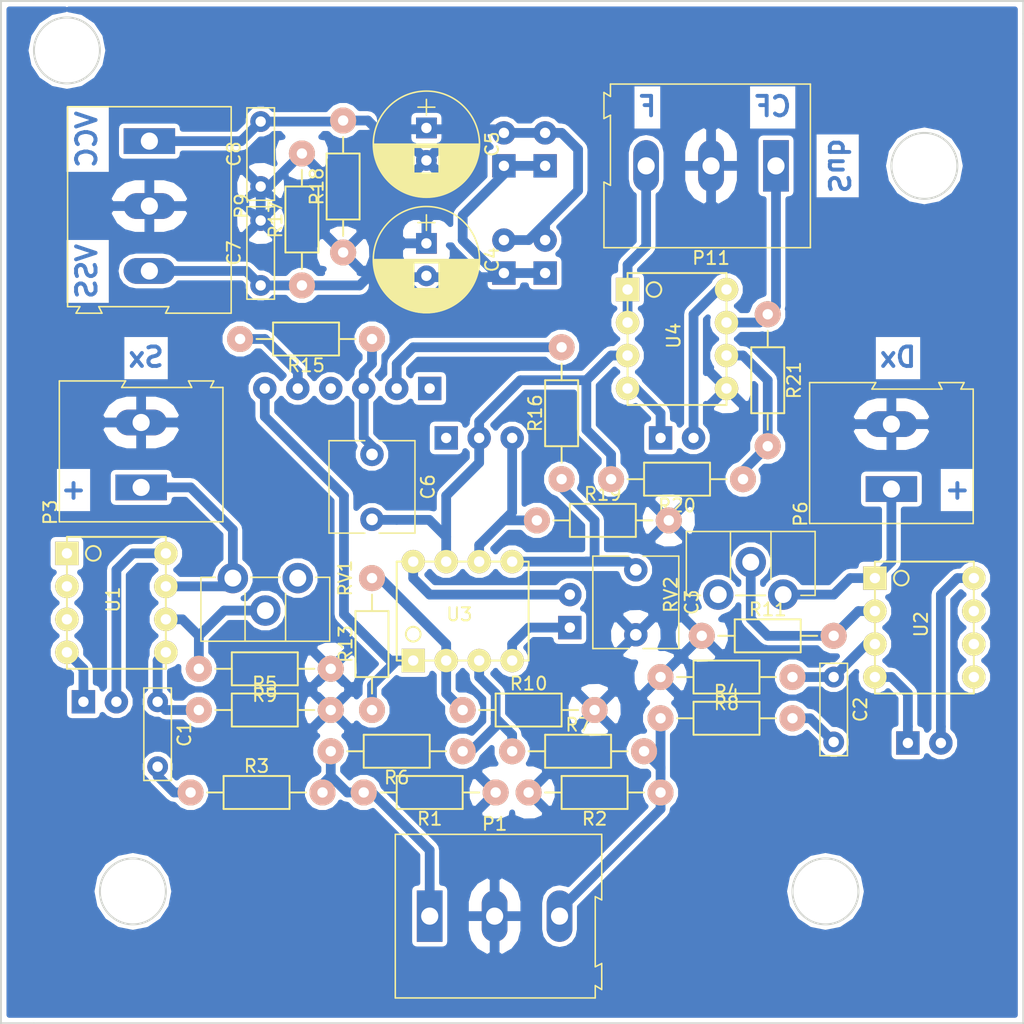
<source format=kicad_pcb>
(kicad_pcb (version 4) (host pcbnew 4.0.4-stable)
  (layers (0 F.Cu signal) (31 B.Cu signal) (34 B.Paste user) (35 F.Paste user) (36 B.SilkS user) (37 F.SilkS user) (38 B.Mask user) (39 F.Mask user) (44 Edge.Cuts user))
  (net 0 "")
  (net 1 "Net-(C1-Pad1)")
  (net 2 "Net-(C1-Pad2)")
  (net 3 "Net-(C2-Pad1)")
  (net 4 "Net-(C2-Pad2)")
  (net 5 "Net-(C3-Pad1)")
  (net 6 GND)
  (net 7 VCC)
  (net 8 VSS)
  (net 9 "Net-(C6-Pad1)")
  (net 10 "Net-(C6-Pad2)")
  (net 11 "Net-(R11-Pad2)")
  (net 12 "Net-(P3-Pad1)")
  (net 13 "Net-(P1-Pad1)")
  (net 14 "Net-(P1-Pad3)")
  (net 15 "Net-(P5-Pad6)")
  (net 16 "Net-(P5-Pad5)")
  (net 17 "Net-(P5-Pad2)")
  (net 18 "Net-(P6-Pad1)")
  (net 19 "Net-(P8-Pad3)")
  (net 20 "Net-(P11-Pad1)")
  (net 21 "Net-(P11-Pad3)")
  (net 22 "Net-(R6-Pad1)")
  (net 23 "Net-(R10-Pad1)")
  (net 24 "Net-(R20-Pad1)")
  (net 25 "Net-(R9-Pad2)")
  (module Connect:AK300-2 (layer F.Cu) (at 273.05 52.197 90)
    (fp_text reference P6 (at -1.92 -6.99 90) (layer F.SilkS))
    (fp_text value Dx_Out)
    (pad 1 thru_hole rect (at 0 0 90) (size 1.98 3.96) (drill 1.32) (layers *.Cu F.Paste F.Mask) (net 18 "Net-(P6-Pad1)"))
    (pad 2 thru_hole oval (at 5 0 90) (size 1.98 3.96) (drill 1.32) (layers *.Cu F.Paste F.Mask) (net 6 GND))
  )
  (module Capacitors_ThroughHole:C_Rect_L7.0mm_W2.0mm_P5.00mm (layer F.Cu) (at 216.535 68.58 270)
    (fp_text reference C1 (at 2.5 -2.06 270) (layer F.SilkS))
    (fp_text value 0.22uF)
    (pad 1 thru_hole circle (at 0 0 270) (size 1.6 1.6) (drill 0.8) (layers *.Cu *.Mask) (net 1 "Net-(C1-Pad1)"))
    (pad 2 thru_hole circle (at 5 0 270) (size 1.6 1.6) (drill 0.8) (layers *.Cu *.Mask) (net 2 "Net-(C1-Pad2)"))
  )
  (module Capacitors_ThroughHole:C_Rect_L7.0mm_W2.0mm_P5.00mm (layer F.Cu) (at 268.605 66.675 270)
    (fp_text reference C2 (at 2.5 -2.06 270) (layer F.SilkS))
    (fp_text value 0.22uF)
    (pad 1 thru_hole circle (at 0 0 270) (size 1.6 1.6) (drill 0.8) (layers *.Cu *.Mask) (net 3 "Net-(C2-Pad1)"))
    (pad 2 thru_hole circle (at 5 0 270) (size 1.6 1.6) (drill 0.8) (layers *.Cu *.Mask) (net 4 "Net-(C2-Pad2)"))
  )
  (module Capacitors_ThroughHole:CP_Radial_D8.0mm_P2.50mm (layer F.Cu) (at 237.236 33.274 270)
    (fp_text reference C4 (at 1.25 -5.06 270) (layer F.SilkS))
    (fp_text value 100u)
    (pad 1 thru_hole rect (at 0 0 270) (size 1.6 1.6) (drill 0.8) (layers *.Cu *.Mask) (net 6 GND))
    (pad 2 thru_hole circle (at 2.5 0 270) (size 1.6 1.6) (drill 0.8) (layers *.Cu *.Mask) (net 8 VSS))
  )
  (module Capacitors_ThroughHole:CP_Radial_D8.0mm_P2.50mm (layer F.Cu) (at 237.236 24.384 270)
    (fp_text reference C5 (at 1.25 -5.06 270) (layer F.SilkS))
    (fp_text value 100u)
    (pad 1 thru_hole rect (at 0 0 270) (size 1.6 1.6) (drill 0.8) (layers *.Cu *.Mask) (net 7 VCC))
    (pad 2 thru_hole circle (at 2.5 0 270) (size 1.6 1.6) (drill 0.8) (layers *.Cu *.Mask) (net 6 GND))
  )
  (module Capacitors_ThroughHole:C_Rect_L7.0mm_W2.0mm_P5.00mm (layer F.Cu) (at 224.4725 36.5125 90)
    (fp_text reference C7 (at 2.5 -2.06 90) (layer F.SilkS))
    (fp_text value 47n)
    (pad 1 thru_hole circle (at 0 0 90) (size 1.6 1.6) (drill 0.8) (layers *.Cu *.Mask) (net 8 VSS))
    (pad 2 thru_hole circle (at 5 0 90) (size 1.6 1.6) (drill 0.8) (layers *.Cu *.Mask) (net 6 GND))
  )
  (module Capacitors_ThroughHole:C_Rect_L7.0mm_W2.0mm_P5.00mm (layer F.Cu) (at 224.4725 28.8925 90)
    (fp_text reference C8 (at 2.5 -2.06 90) (layer F.SilkS))
    (fp_text value 47n)
    (pad 1 thru_hole circle (at 0 0 90) (size 1.6 1.6) (drill 0.8) (layers *.Cu *.Mask) (net 6 GND))
    (pad 2 thru_hole circle (at 5 0 90) (size 1.6 1.6) (drill 0.8) (layers *.Cu *.Mask) (net 7 VCC))
  )
  (module Connect:AK300-3 (layer F.Cu) (at 237.49 85.09)
    (fp_text reference P1 (at 5 -7.1) (layer F.SilkS))
    (fp_text value Sig_In)
    (pad 1 thru_hole rect (at 0 0) (size 1.98 3.96) (drill 1.32) (layers *.Cu F.Paste F.Mask) (net 13 "Net-(P1-Pad1)"))
    (pad 2 thru_hole oval (at 5 0) (size 1.98 3.96) (drill 1.32) (layers *.Cu F.Paste F.Mask) (net 6 GND))
    (pad 3 thru_hole oval (at 10 0) (size 1.98 3.96) (drill 1.32) (layers *.Cu F.Paste F.Mask) (net 14 "Net-(P1-Pad3)"))
  )
  (module Impronte:2-Pin (layer F.Cu) (at 210.82 68.58)
    (fp_text reference P2 hide)
    (fp_text value CONN_01X02)
    (pad 1 thru_hole trapezoid (at 0 0) (size 1.8 1.8) (drill 0.8) (layers *.Cu *.Mask) (net 8 VSS))
    (pad 2 thru_hole circle (at 2.54 0) (size 1.8 1.8) (drill 0.8) (layers *.Cu *.Mask) (net 7 VCC))
  )
  (module Connect:AK300-2 (layer F.Cu) (at 215.265 52.07 90)
    (fp_text reference P3 (at -1.92 -6.99 90) (layer F.SilkS))
    (fp_text value Sx_Out)
    (pad 1 thru_hole rect (at 0 0 90) (size 1.98 3.96) (drill 1.32) (layers *.Cu F.Paste F.Mask) (net 12 "Net-(P3-Pad1)"))
    (pad 2 thru_hole oval (at 5 0 90) (size 1.98 3.96) (drill 1.32) (layers *.Cu F.Paste F.Mask) (net 6 GND))
  )
  (module Impronte:2-Pin (layer F.Cu) (at 274.32 71.755)
    (fp_text reference P4 hide)
    (fp_text value CONN_01X02)
    (pad 1 thru_hole trapezoid (at 0 0) (size 1.8 1.8) (drill 0.8) (layers *.Cu *.Mask) (net 8 VSS))
    (pad 2 thru_hole circle (at 2.54 0) (size 1.8 1.8) (drill 0.8) (layers *.Cu *.Mask) (net 7 VCC))
  )
  (module Impronte:6-Pin (layer F.Cu) (at 237.49 44.45 180)
    (fp_text reference P5 hide)
    (fp_text value DblPot)
    (pad 6 thru_hole circle (at 12.7 0 180) (size 1.8 1.8) (drill 0.8) (layers *.Cu *.Mask) (net 15 "Net-(P5-Pad6)"))
    (pad 5 thru_hole circle (at 10.16 0 180) (size 1.8 1.8) (drill 0.8) (layers *.Cu *.Mask) (net 16 "Net-(P5-Pad5)"))
    (pad 4 thru_hole circle (at 7.62 0 180) (size 1.8 1.8) (drill 0.8) (layers *.Cu *.Mask))
    (pad 1 thru_hole trapezoid (at 0 0 180) (size 1.8 1.8) (drill 0.8) (layers *.Cu *.Mask))
    (pad 2 thru_hole circle (at 2.54 0 180) (size 1.8 1.8) (drill 0.8) (layers *.Cu *.Mask) (net 17 "Net-(P5-Pad2)"))
    (pad 3 thru_hole circle (at 5.08 0 180) (size 1.8 1.8) (drill 0.8) (layers *.Cu *.Mask) (net 9 "Net-(C6-Pad1)"))
  )
  (module Impronte:2-Pin (layer F.Cu) (at 248.285 62.865 90)
    (fp_text reference P7 hide)
    (fp_text value CONN_01X02)
    (pad 1 thru_hole trapezoid (at 0 0 90) (size 1.8 1.8) (drill 0.8) (layers *.Cu *.Mask) (net 8 VSS))
    (pad 2 thru_hole circle (at 2.54 0 90) (size 1.8 1.8) (drill 0.8) (layers *.Cu *.Mask) (net 7 VCC))
  )
  (module Impronte:3-Pin (layer F.Cu) (at 238.76 48.26)
    (fp_text reference P8 hide)
    (fp_text value Pot)
    (pad 1 thru_hole trapezoid (at 0 0) (size 1.8 1.8) (drill 0.8) (layers *.Cu *.Mask))
    (pad 2 thru_hole circle (at 2.54 0) (size 1.8 1.8) (drill 0.8) (layers *.Cu *.Mask) (net 10 "Net-(C6-Pad2)"))
    (pad 3 thru_hole circle (at 5.08 0) (size 1.8 1.8) (drill 0.8) (layers *.Cu *.Mask) (net 19 "Net-(P8-Pad3)"))
  )
  (module Connect:AK300-3 (layer F.Cu) (at 215.9 25.4 270)
    (fp_text reference P9 (at 5 -7.1 270) (layer F.SilkS))
    (fp_text value Power)
    (pad 1 thru_hole rect (at 0 0 270) (size 1.98 3.96) (drill 1.32) (layers *.Cu F.Paste F.Mask) (net 7 VCC))
    (pad 2 thru_hole oval (at 5 0 270) (size 1.98 3.96) (drill 1.32) (layers *.Cu F.Paste F.Mask) (net 6 GND))
    (pad 3 thru_hole oval (at 10 0 270) (size 1.98 3.96) (drill 1.32) (layers *.Cu F.Paste F.Mask) (net 8 VSS))
  )
  (module Impronte:2-Pin (layer F.Cu) (at 255.27 48.26)
    (fp_text reference P10 hide)
    (fp_text value CONN_01X02)
    (pad 1 thru_hole trapezoid (at 0 0) (size 1.8 1.8) (drill 0.8) (layers *.Cu *.Mask) (net 8 VSS))
    (pad 2 thru_hole circle (at 2.54 0) (size 1.8 1.8) (drill 0.8) (layers *.Cu *.Mask) (net 7 VCC))
  )
  (module Connect:AK300-3 (layer F.Cu) (at 264.16 27.305 180)
    (fp_text reference P11 (at 5 -7.1 180) (layer F.SilkS))
    (fp_text value Sub_Out)
    (pad 1 thru_hole rect (at 0 0 180) (size 1.98 3.96) (drill 1.32) (layers *.Cu F.Paste F.Mask) (net 20 "Net-(P11-Pad1)"))
    (pad 2 thru_hole oval (at 5 0 180) (size 1.98 3.96) (drill 1.32) (layers *.Cu F.Paste F.Mask) (net 6 GND))
    (pad 3 thru_hole oval (at 10 0 180) (size 1.98 3.96) (drill 1.32) (layers *.Cu F.Paste F.Mask) (net 21 "Net-(P11-Pad3)"))
  )
  (module Impronte:Res_Orizz_10mm (layer F.Cu) (at 242.57 75.565 180)
    (fp_text reference R1 (at 5.08 -2.032 180) (layer F.SilkS))
    (fp_text value 47k)
    (pad 1 thru_hole circle (at 0 0 180) (size 2 2) (drill 0.8) (layers *.Cu *.SilkS *.Mask) (net 6 GND))
    (pad 2 thru_hole circle (at 10.16 0 180) (size 2 2) (drill 0.8) (layers *.Cu *.SilkS *.Mask) (net 13 "Net-(P1-Pad1)"))
  )
  (module Impronte:Res_Orizz_10mm (layer F.Cu) (at 255.27 75.565 180)
    (fp_text reference R2 (at 5.08 -2.032 180) (layer F.SilkS))
    (fp_text value 47k)
    (pad 1 thru_hole circle (at 0 0 180) (size 2 2) (drill 0.8) (layers *.Cu *.SilkS *.Mask) (net 14 "Net-(P1-Pad3)"))
    (pad 2 thru_hole circle (at 10.16 0 180) (size 2 2) (drill 0.8) (layers *.Cu *.SilkS *.Mask) (net 6 GND))
  )
  (module Impronte:Res_Orizz_10mm (layer F.Cu) (at 219.075 75.565)
    (fp_text reference R3 (at 5.08 -2.032) (layer F.SilkS))
    (fp_text value 10k)
    (pad 1 thru_hole circle (at 0 0) (size 2 2) (drill 0.8) (layers *.Cu *.SilkS *.Mask) (net 2 "Net-(C1-Pad2)"))
    (pad 2 thru_hole circle (at 10.16 0) (size 2 2) (drill 0.8) (layers *.Cu *.SilkS *.Mask) (net 13 "Net-(P1-Pad1)"))
  )
  (module Impronte:Res_Orizz_10mm (layer F.Cu) (at 255.27 69.85)
    (fp_text reference R4 (at 5.08 -2.032) (layer F.SilkS))
    (fp_text value 10k)
    (pad 1 thru_hole circle (at 0 0) (size 2 2) (drill 0.8) (layers *.Cu *.SilkS *.Mask) (net 14 "Net-(P1-Pad3)"))
    (pad 2 thru_hole circle (at 10.16 0) (size 2 2) (drill 0.8) (layers *.Cu *.SilkS *.Mask) (net 4 "Net-(C2-Pad2)"))
  )
  (module Impronte:Res_Orizz_10mm (layer F.Cu) (at 219.71 69.215)
    (fp_text reference R5 (at 5.08 -2.032) (layer F.SilkS))
    (fp_text value 2.2k)
    (pad 1 thru_hole circle (at 0 0) (size 2 2) (drill 0.8) (layers *.Cu *.SilkS *.Mask) (net 1 "Net-(C1-Pad1)"))
    (pad 2 thru_hole circle (at 10.16 0) (size 2 2) (drill 0.8) (layers *.Cu *.SilkS *.Mask) (net 6 GND))
  )
  (module Impronte:Res_Orizz_10mm (layer F.Cu) (at 240.03 72.39 180)
    (fp_text reference R6 (at 5.08 -2.032 180) (layer F.SilkS))
    (fp_text value 10k)
    (pad 1 thru_hole circle (at 0 0 180) (size 2 2) (drill 0.8) (layers *.Cu *.SilkS *.Mask) (net 22 "Net-(R6-Pad1)"))
    (pad 2 thru_hole circle (at 10.16 0 180) (size 2 2) (drill 0.8) (layers *.Cu *.SilkS *.Mask) (net 13 "Net-(P1-Pad1)"))
  )
  (module Impronte:Res_Orizz_10mm (layer F.Cu) (at 243.84 72.39)
    (fp_text reference R7 (at 5.08 -2.032) (layer F.SilkS))
    (fp_text value 10k)
    (pad 1 thru_hole circle (at 0 0) (size 2 2) (drill 0.8) (layers *.Cu *.SilkS *.Mask) (net 22 "Net-(R6-Pad1)"))
    (pad 2 thru_hole circle (at 10.16 0) (size 2 2) (drill 0.8) (layers *.Cu *.SilkS *.Mask) (net 14 "Net-(P1-Pad3)"))
  )
  (module Impronte:Res_Orizz_10mm (layer F.Cu) (at 265.43 66.675 180)
    (fp_text reference R8 (at 5.08 -2.032 180) (layer F.SilkS))
    (fp_text value 2.2k)
    (pad 1 thru_hole circle (at 0 0 180) (size 2 2) (drill 0.8) (layers *.Cu *.SilkS *.Mask) (net 3 "Net-(C2-Pad1)"))
    (pad 2 thru_hole circle (at 10.16 0 180) (size 2 2) (drill 0.8) (layers *.Cu *.SilkS *.Mask) (net 6 GND))
  )
  (module Impronte:Res_Orizz_10mm (layer F.Cu) (at 229.87 66.04 180)
    (fp_text reference R9 (at 5.08 -2.032 180) (layer F.SilkS))
    (fp_text value 1k)
    (pad 1 thru_hole circle (at 0 0 180) (size 2 2) (drill 0.8) (layers *.Cu *.SilkS *.Mask) (net 6 GND))
    (pad 2 thru_hole circle (at 10.16 0 180) (size 2 2) (drill 0.8) (layers *.Cu *.SilkS *.Mask) (net 25 "Net-(R9-Pad2)"))
  )
  (module Impronte:Res_Orizz_10mm (layer F.Cu) (at 240.03 69.215)
    (fp_text reference R10 (at 5.08 -2.032) (layer F.SilkS))
    (fp_text value 1.5k)
    (pad 1 thru_hole circle (at 0 0) (size 2 2) (drill 0.8) (layers *.Cu *.SilkS *.Mask) (net 23 "Net-(R10-Pad1)"))
    (pad 2 thru_hole circle (at 10.16 0) (size 2 2) (drill 0.8) (layers *.Cu *.SilkS *.Mask) (net 6 GND))
  )
  (module Impronte:Res_Orizz_10mm (layer F.Cu) (at 258.445 63.5)
    (fp_text reference R11 (at 5.08 -2.032) (layer F.SilkS))
    (fp_text value 1k)
    (pad 1 thru_hole circle (at 0 0) (size 2 2) (drill 0.8) (layers *.Cu *.SilkS *.Mask) (net 6 GND))
    (pad 2 thru_hole circle (at 10.16 0) (size 2 2) (drill 0.8) (layers *.Cu *.SilkS *.Mask) (net 11 "Net-(R11-Pad2)"))
  )
  (module Impronte:Res_Orizz_10mm (layer F.Cu) (at 233.045 69.215 90)
    (fp_text reference R13 (at 5.08 -2.032 90) (layer F.SilkS))
    (fp_text value 2.2k)
    (pad 1 thru_hole circle (at 0 0 90) (size 2 2) (drill 0.8) (layers *.Cu *.SilkS *.Mask) (net 15 "Net-(P5-Pad6)"))
    (pad 2 thru_hole circle (at 10.16 0 90) (size 2 2) (drill 0.8) (layers *.Cu *.SilkS *.Mask) (net 23 "Net-(R10-Pad1)"))
  )
  (module Impronte:Res_Orizz_10mm (layer F.Cu) (at 233.045 40.64 180)
    (fp_text reference R15 (at 5.08 -2.032 180) (layer F.SilkS))
    (fp_text value 1k)
    (pad 1 thru_hole circle (at 0 0 180) (size 2 2) (drill 0.8) (layers *.Cu *.SilkS *.Mask) (net 9 "Net-(C6-Pad1)"))
    (pad 2 thru_hole circle (at 10.16 0 180) (size 2 2) (drill 0.8) (layers *.Cu *.SilkS *.Mask) (net 16 "Net-(P5-Pad5)"))
  )
  (module Impronte:Res_Orizz_10mm (layer F.Cu) (at 247.65 51.435 90)
    (fp_text reference R16 (at 5.08 -2.032 90) (layer F.SilkS))
    (fp_text value 1k)
    (pad 1 thru_hole circle (at 0 0 90) (size 2 2) (drill 0.8) (layers *.Cu *.SilkS *.Mask) (net 5 "Net-(C3-Pad1)"))
    (pad 2 thru_hole circle (at 10.16 0 90) (size 2 2) (drill 0.8) (layers *.Cu *.SilkS *.Mask) (net 17 "Net-(P5-Pad2)"))
  )
  (module Impronte:Res_Orizz_10mm (layer F.Cu) (at 227.6475 36.5125 90)
    (fp_text reference R17 (at 5.08 -2.032 90) (layer F.SilkS))
    (fp_text value 47k)
    (pad 1 thru_hole circle (at 0 0 90) (size 2 2) (drill 0.8) (layers *.Cu *.SilkS *.Mask) (net 8 VSS))
    (pad 2 thru_hole circle (at 10.16 0 90) (size 2 2) (drill 0.8) (layers *.Cu *.SilkS *.Mask) (net 6 GND))
  )
  (module Impronte:Res_Orizz_10mm (layer F.Cu) (at 230.8225 33.9725 90)
    (fp_text reference R18 (at 5.08 -2.032 90) (layer F.SilkS))
    (fp_text value 47k)
    (pad 1 thru_hole circle (at 0 0 90) (size 2 2) (drill 0.8) (layers *.Cu *.SilkS *.Mask) (net 6 GND))
    (pad 2 thru_hole circle (at 10.16 0 90) (size 2 2) (drill 0.8) (layers *.Cu *.SilkS *.Mask) (net 7 VCC))
  )
  (module Impronte:Res_Orizz_10mm (layer F.Cu) (at 245.745 54.61)
    (fp_text reference R19 (at 5.08 -2.032) (layer F.SilkS))
    (fp_text value 15k)
    (pad 1 thru_hole circle (at 0 0) (size 2 2) (drill 0.8) (layers *.Cu *.SilkS *.Mask) (net 19 "Net-(P8-Pad3)"))
    (pad 2 thru_hole circle (at 10.16 0) (size 2 2) (drill 0.8) (layers *.Cu *.SilkS *.Mask) (net 6 GND))
  )
  (module Impronte:Res_Orizz_10mm (layer F.Cu) (at 261.62 51.435 180)
    (fp_text reference R20 (at 5.08 -2.032 180) (layer F.SilkS))
    (fp_text value 2.2k)
    (pad 1 thru_hole circle (at 0 0 180) (size 2 2) (drill 0.8) (layers *.Cu *.SilkS *.Mask) (net 24 "Net-(R20-Pad1)"))
    (pad 2 thru_hole circle (at 10.16 0 180) (size 2 2) (drill 0.8) (layers *.Cu *.SilkS *.Mask) (net 10 "Net-(C6-Pad2)"))
  )
  (module Impronte:Res_Orizz_10mm (layer F.Cu) (at 263.525 38.735 270)
    (fp_text reference R21 (at 5.08 -2.032 270) (layer F.SilkS))
    (fp_text value 2.2k)
    (pad 1 thru_hole circle (at 0 0 270) (size 2 2) (drill 0.8) (layers *.Cu *.SilkS *.Mask) (net 20 "Net-(P11-Pad1)"))
    (pad 2 thru_hole circle (at 10.16 0 270) (size 2 2) (drill 0.8) (layers *.Cu *.SilkS *.Mask) (net 24 "Net-(R20-Pad1)"))
  )
  (module Impronte:DIP-8 (layer F.Cu) (at 209.55 57.15 270)
    (fp_text reference U1 (at 3.556 -3.556 270) (layer F.SilkS))
    (fp_text value LM358 hide)
    (pad 1 thru_hole rect (at 0 0 270) (size 1.8 1.8) (drill 0.8) (layers *.Cu *.Mask F.SilkS))
    (pad 2 thru_hole circle (at 2.54 0 270) (size 1.8 1.8) (drill 0.8) (layers *.Cu *.Mask F.SilkS))
    (pad 3 thru_hole circle (at 5.08 0 270) (size 1.8 1.8) (drill 0.8) (layers *.Cu *.Mask F.SilkS))
    (pad 4 thru_hole circle (at 7.62 0 270) (size 1.8 1.8) (drill 0.8) (layers *.Cu *.Mask F.SilkS) (net 8 VSS))
    (pad 5 thru_hole circle (at 7.62 -7.62 270) (size 1.8 1.8) (drill 0.8) (layers *.Cu *.Mask F.SilkS) (net 1 "Net-(C1-Pad1)"))
    (pad 6 thru_hole circle (at 5.08 -7.62 270) (size 1.8 1.8) (drill 0.8) (layers *.Cu *.Mask F.SilkS) (net 25 "Net-(R9-Pad2)"))
    (pad 7 thru_hole circle (at 2.54 -7.62 270) (size 1.8 1.8) (drill 0.8) (layers *.Cu *.Mask F.SilkS) (net 12 "Net-(P3-Pad1)"))
    (pad 8 thru_hole circle (at 0 -7.62 270) (size 1.8 1.8) (drill 0.8) (layers *.Cu *.Mask F.SilkS) (net 7 VCC))
  )
  (module Impronte:DIP-8 (layer F.Cu) (at 271.78 59.055 270)
    (fp_text reference U2 (at 3.556 -3.556 270) (layer F.SilkS))
    (fp_text value LM358 hide)
    (pad 1 thru_hole rect (at 0 0 270) (size 1.8 1.8) (drill 0.8) (layers *.Cu *.Mask F.SilkS) (net 18 "Net-(P6-Pad1)"))
    (pad 2 thru_hole circle (at 2.54 0 270) (size 1.8 1.8) (drill 0.8) (layers *.Cu *.Mask F.SilkS) (net 11 "Net-(R11-Pad2)"))
    (pad 3 thru_hole circle (at 5.08 0 270) (size 1.8 1.8) (drill 0.8) (layers *.Cu *.Mask F.SilkS) (net 3 "Net-(C2-Pad1)"))
    (pad 4 thru_hole circle (at 7.62 0 270) (size 1.8 1.8) (drill 0.8) (layers *.Cu *.Mask F.SilkS) (net 8 VSS))
    (pad 5 thru_hole circle (at 7.62 -7.62 270) (size 1.8 1.8) (drill 0.8) (layers *.Cu *.Mask F.SilkS))
    (pad 6 thru_hole circle (at 5.08 -7.62 270) (size 1.8 1.8) (drill 0.8) (layers *.Cu *.Mask F.SilkS))
    (pad 7 thru_hole circle (at 2.54 -7.62 270) (size 1.8 1.8) (drill 0.8) (layers *.Cu *.Mask F.SilkS))
    (pad 8 thru_hole circle (at 0 -7.62 270) (size 1.8 1.8) (drill 0.8) (layers *.Cu *.Mask F.SilkS) (net 7 VCC))
  )
  (module Impronte:DIP-8 (layer F.Cu) (at 236.22 65.405)
    (fp_text reference U3 (at 3.556 -3.556) (layer F.SilkS))
    (fp_text value LM358 hide)
    (pad 1 thru_hole rect (at 0 0) (size 1.8 1.8) (drill 0.8) (layers *.Cu *.Mask F.SilkS) (net 15 "Net-(P5-Pad6)"))
    (pad 2 thru_hole circle (at 2.54 0) (size 1.8 1.8) (drill 0.8) (layers *.Cu *.Mask F.SilkS) (net 23 "Net-(R10-Pad1)"))
    (pad 3 thru_hole circle (at 5.08 0) (size 1.8 1.8) (drill 0.8) (layers *.Cu *.Mask F.SilkS) (net 22 "Net-(R6-Pad1)"))
    (pad 4 thru_hole circle (at 7.62 0) (size 1.8 1.8) (drill 0.8) (layers *.Cu *.Mask F.SilkS) (net 8 VSS))
    (pad 5 thru_hole circle (at 7.62 -7.62) (size 1.8 1.8) (drill 0.8) (layers *.Cu *.Mask F.SilkS) (net 5 "Net-(C3-Pad1)"))
    (pad 6 thru_hole circle (at 5.08 -7.62) (size 1.8 1.8) (drill 0.8) (layers *.Cu *.Mask F.SilkS) (net 19 "Net-(P8-Pad3)"))
    (pad 7 thru_hole circle (at 2.54 -7.62) (size 1.8 1.8) (drill 0.8) (layers *.Cu *.Mask F.SilkS) (net 10 "Net-(C6-Pad2)"))
    (pad 8 thru_hole circle (at 0 -7.62) (size 1.8 1.8) (drill 0.8) (layers *.Cu *.Mask F.SilkS) (net 7 VCC))
  )
  (module Impronte:DIP-8 (layer F.Cu) (at 252.73 36.83 270)
    (fp_text reference U4 (at 3.556 -3.556 270) (layer F.SilkS))
    (fp_text value LM358 hide)
    (pad 1 thru_hole rect (at 0 0 270) (size 1.8 1.8) (drill 0.8) (layers *.Cu *.Mask F.SilkS) (net 21 "Net-(P11-Pad3)"))
    (pad 2 thru_hole circle (at 2.54 0 270) (size 1.8 1.8) (drill 0.8) (layers *.Cu *.Mask F.SilkS) (net 21 "Net-(P11-Pad3)"))
    (pad 3 thru_hole circle (at 5.08 0 270) (size 1.8 1.8) (drill 0.8) (layers *.Cu *.Mask F.SilkS) (net 10 "Net-(C6-Pad2)"))
    (pad 4 thru_hole circle (at 7.62 0 270) (size 1.8 1.8) (drill 0.8) (layers *.Cu *.Mask F.SilkS) (net 8 VSS))
    (pad 5 thru_hole circle (at 7.62 -7.62 270) (size 1.8 1.8) (drill 0.8) (layers *.Cu *.Mask F.SilkS) (net 6 GND))
    (pad 6 thru_hole circle (at 5.08 -7.62 270) (size 1.8 1.8) (drill 0.8) (layers *.Cu *.Mask F.SilkS) (net 24 "Net-(R20-Pad1)"))
    (pad 7 thru_hole circle (at 2.54 -7.62 270) (size 1.8 1.8) (drill 0.8) (layers *.Cu *.Mask F.SilkS) (net 20 "Net-(P11-Pad1)"))
    (pad 8 thru_hole circle (at 0 -7.62 270) (size 1.8 1.8) (drill 0.8) (layers *.Cu *.Mask F.SilkS) (net 7 VCC))
  )
  (module Impronte:2-Pin (layer F.Cu) (at 243.205 27.305 90)
    (fp_text reference P12 hide)
    (fp_text value CONN_01X02)
    (pad 1 thru_hole trapezoid (at 0 0 90) (size 1.8 1.8) (drill 0.8) (layers *.Cu *.Mask) (net 8 VSS))
    (pad 2 thru_hole circle (at 2.54 0 90) (size 1.8 1.8) (drill 0.8) (layers *.Cu *.Mask) (net 7 VCC))
  )
  (module Impronte:2-Pin (layer F.Cu) (at 246.38 27.305 90)
    (fp_text reference P13 hide)
    (fp_text value CONN_01X02)
    (pad 1 thru_hole trapezoid (at 0 0 90) (size 1.8 1.8) (drill 0.8) (layers *.Cu *.Mask) (net 8 VSS))
    (pad 2 thru_hole circle (at 2.54 0 90) (size 1.8 1.8) (drill 0.8) (layers *.Cu *.Mask) (net 7 VCC))
  )
  (module Impronte:2-Pin (layer F.Cu) (at 246.38 35.56 90)
    (fp_text reference P14 hide)
    (fp_text value CONN_01X02)
    (pad 1 thru_hole trapezoid (at 0 0 90) (size 1.8 1.8) (drill 0.8) (layers *.Cu *.Mask) (net 8 VSS))
    (pad 2 thru_hole circle (at 2.54 0 90) (size 1.8 1.8) (drill 0.8) (layers *.Cu *.Mask) (net 7 VCC))
  )
  (module Impronte:2-Pin (layer F.Cu) (at 243.205 35.56 90)
    (fp_text reference P15 hide)
    (fp_text value CONN_01X02)
    (pad 1 thru_hole trapezoid (at 0 0 90) (size 1.8 1.8) (drill 0.8) (layers *.Cu *.Mask) (net 8 VSS))
    (pad 2 thru_hole circle (at 2.54 0 90) (size 1.8 1.8) (drill 0.8) (layers *.Cu *.Mask) (net 7 VCC))
  )
  (module Potentiometers:Potentiometer_Trimmer_ACP_CA9h2.5_Vertical_Px2.5mm_Py5.0mm (layer F.Cu) (at 227.33 59.055 270)
    (fp_text reference RV1 (at 0 -3.65 270) (layer F.SilkS))
    (fp_text value 4.7k)
    (pad 3 thru_hole circle (at 0 5 270) (size 2.34 2.34) (drill 1.3) (layers *.Cu *.Mask) (net 12 "Net-(P3-Pad1)"))
    (pad 2 thru_hole circle (at 2.5 2.5 270) (size 2.34 2.34) (drill 1.3) (layers *.Cu *.Mask) (net 25 "Net-(R9-Pad2)"))
    (pad 1 thru_hole circle (at 0 0 270) (size 2.34 2.34) (drill 1.3) (layers *.Cu *.Mask))
  )
  (module Potentiometers:Potentiometer_Trimmer_ACP_CA9h2.5_Vertical_Px2.5mm_Py5.0mm (layer F.Cu) (at 259.715 60.325 90)
    (fp_text reference RV2 (at 0 -3.65 90) (layer F.SilkS))
    (fp_text value 4.7k)
    (pad 3 thru_hole circle (at 0 5 90) (size 2.34 2.34) (drill 1.3) (layers *.Cu *.Mask) (net 18 "Net-(P6-Pad1)"))
    (pad 2 thru_hole circle (at 2.5 2.5 90) (size 2.34 2.34) (drill 1.3) (layers *.Cu *.Mask) (net 11 "Net-(R11-Pad2)"))
    (pad 1 thru_hole circle (at 0 0 90) (size 2.34 2.34) (drill 1.3) (layers *.Cu *.Mask))
  )
  (module Capacitors_ThroughHole:C_Rect_L7.0mm_W6.5mm_P5.00mm (layer F.Cu) (at 253.365 58.42 270)
    (fp_text reference C3 (at 2.5 -4.31 270) (layer F.SilkS))
    (fp_text value 1uF)
    (pad 1 thru_hole circle (at 0 0 270) (size 1.8 1.8) (drill 0.9) (layers *.Cu *.Mask) (net 5 "Net-(C3-Pad1)"))
    (pad 2 thru_hole circle (at 5 0 270) (size 1.8 1.8) (drill 0.9) (layers *.Cu *.Mask) (net 6 GND))
  )
  (module Capacitors_ThroughHole:C_Rect_L7.0mm_W6.5mm_P5.00mm (layer F.Cu) (at 233.045 49.53 270)
    (fp_text reference C6 (at 2.5 -4.31 270) (layer F.SilkS))
    (fp_text value 1uF)
    (pad 1 thru_hole circle (at 0 0 270) (size 1.8 1.8) (drill 0.9) (layers *.Cu *.Mask) (net 9 "Net-(C6-Pad1)"))
    (pad 2 thru_hole circle (at 5 0 270) (size 1.8 1.8) (drill 0.9) (layers *.Cu *.Mask) (net 10 "Net-(C6-Pad2)"))
  )
  (gr_circle (center 209.55 18.415) (end 212.09 18.415) (layer Edge.Cuts) (width 0.15))
  (gr_line (start 204.47 14.605) (end 207.01 14.605) (angle 90) (layer Edge.Cuts) (width 0.15))
  (gr_line (start 204.47 93.345) (end 204.47 14.605) (angle 90) (layer Edge.Cuts) (width 0.15))
  (gr_line (start 207.01 93.345) (end 204.47 93.345) (angle 90) (layer Edge.Cuts) (width 0.15))
  (gr_line (start 283.21 14.605) (end 207.01 14.605) (angle 90) (layer Edge.Cuts) (width 0.15))
  (gr_line (start 283.21 17.145) (end 283.21 14.605) (angle 90) (layer Edge.Cuts) (width 0.15))
  (gr_circle (center 214.63 83.185) (end 217.17 83.185) (layer Edge.Cuts) (width 0.15))
  (gr_circle (center 267.97 83.185) (end 267.97 85.725) (layer Edge.Cuts) (width 0.15))
  (gr_circle (center 275.59 27.305) (end 275.59 29.845) (layer Edge.Cuts) (width 0.15))
  (gr_text + (at 210.058 52.197) (layer B.Cu) (effects (font (size 1.5 1.5) (thickness 0.3)) (justify mirror)))
  (gr_text + (at 278.13 52.197) (layer B.Cu) (effects (font (size 1.5 1.5) (thickness 0.3)) (justify mirror)))
  (gr_text VCC (at 211.074 25.273 90) (layer B.Cu) (effects (font (size 1.5 1.5) (thickness 0.3)) (justify mirror)))
  (gr_text VSS (at 211.074 35.433 90) (layer B.Cu) (effects (font (size 1.5 1.5) (thickness 0.3)) (justify mirror)))
  (gr_text CF (at 263.906 22.733) (layer B.Cu) (effects (font (size 1.5 1.5) (thickness 0.3)) (justify mirror)))
  (gr_text F (at 254.254 22.733) (layer B.Cu) (effects (font (size 1.5 1.5) (thickness 0.3)) (justify mirror)))
  (gr_text Sub (at 268.986 27.305 270) (layer B.Cu) (effects (font (size 1.5 1.5) (thickness 0.3)) (justify mirror)))
  (gr_text Sx (at 215.646 42.037) (layer B.Cu) (effects (font (size 1.5 1.5) (thickness 0.3)) (justify mirror)))
  (gr_text Dx (at 273.558 42.037) (layer B.Cu) (effects (font (size 1.5 1.5) (thickness 0.3)) (justify mirror)))
  (gr_line (start 283.21 17.145) (end 283.21 93.345) (angle 90) (layer Edge.Cuts) (width 0.15))
  (gr_line (start 283.21 93.345) (end 207.01 93.345) (angle 90) (layer Edge.Cuts) (width 0.15))
  (segment (start 216.535 65.405) (end 217.17 64.77) (width 0.75) (layer B.Cu) (net 1))
  (segment (start 216.535 68.58) (end 216.535 65.405) (width 0.75) (layer B.Cu) (net 1))
  (segment (start 219.71 69.215) (end 217.17 69.215) (width 0.75) (layer B.Cu) (net 1))
  (segment (start 217.17 69.215) (end 216.535 68.58) (width 0.75) (layer B.Cu) (net 1))
  (segment (start 219.075 75.565) (end 217.805 75.565) (width 0.75) (layer B.Cu) (net 2))
  (segment (start 217.805 75.565) (end 216.535 74.295) (width 0.75) (layer B.Cu) (net 2))
  (segment (start 216.535 74.295) (end 216.535 73.58) (width 0.75) (layer B.Cu) (net 2))
  (segment (start 271.78 64.135) (end 271.145 64.135) (width 0.75) (layer B.Cu) (net 3))
  (segment (start 271.145 64.135) (end 268.605 66.675) (width 0.75) (layer B.Cu) (net 3))
  (segment (start 265.43 66.675) (end 268.605 66.675) (width 0.75) (layer B.Cu) (net 3))
  (segment (start 265.43 69.85) (end 266.78 69.85) (width 0.75) (layer B.Cu) (net 4))
  (segment (start 266.78 69.85) (end 268.605 71.675) (width 0.75) (layer B.Cu) (net 4))
  (segment (start 249.555 57.785) (end 252.73 57.785) (width 0.75) (layer B.Cu) (net 5))
  (segment (start 252.73 57.785) (end 253.365 58.42) (width 0.75) (layer B.Cu) (net 5))
  (segment (start 250.19 57.785) (end 250.19 54.61) (width 0.75) (layer B.Cu) (net 5))
  (segment (start 250.19 54.61) (end 247.65 52.07) (width 0.75) (layer B.Cu) (net 5))
  (segment (start 247.65 52.07) (end 247.65 51.435) (width 0.75) (layer B.Cu) (net 5))
  (segment (start 250.19 57.785) (end 249.555 57.785) (width 0.75) (layer B.Cu) (net 5))
  (segment (start 249.555 57.785) (end 243.84 57.785) (width 0.75) (layer B.Cu) (net 5))
  (segment (start 224.4725 28.8925) (end 224.4725 31.5125) (width 0.75) (layer B.Cu) (net 6))
  (segment (start 224.4725 28.8925) (end 225.1075 28.8925) (width 0.75) (layer B.Cu) (net 6))
  (segment (start 225.1075 28.8925) (end 227.6475 26.3525) (width 0.75) (layer B.Cu) (net 6))
  (segment (start 237.1725 24.4875) (end 242.9275 24.4875) (width 0.75) (layer B.Cu) (net 6))
  (segment (start 237.1725 24.4875) (end 233.4025 24.4875) (width 0.75) (layer B.Cu) (net 6))
  (segment (start 233.4025 24.4875) (end 232.7275 23.8125) (width 0.75) (layer B.Cu) (net 6))
  (segment (start 237.1725 35.8775) (end 242.8875 35.8775) (width 0.75) (layer B.Cu) (net 6))
  (segment (start 237.1725 35.8775) (end 232.7275 35.8775) (width 0.75) (layer B.Cu) (net 6))
  (segment (start 232.7275 35.8775) (end 232.0925 36.5125) (width 0.75) (layer B.Cu) (net 6))
  (segment (start 213.36 68.58) (end 213.36 58.42) (width 0.75) (layer B.Cu) (net 7))
  (segment (start 214.63 57.15) (end 217.17 57.15) (width 0.75) (layer B.Cu) (net 7))
  (segment (start 213.36 58.42) (end 214.63 57.15) (width 0.75) (layer B.Cu) (net 7))
  (segment (start 243.205 33.02) (end 245.11 33.02) (width 0.75) (layer B.Cu) (net 7))
  (segment (start 245.11 33.02) (end 246.38 31.75) (width 0.75) (layer B.Cu) (net 7))
  (segment (start 246.38 24.765) (end 247.65 24.765) (width 0.75) (layer B.Cu) (net 7))
  (segment (start 246.38 31.75) (end 246.38 33.02) (width 0.75) (layer B.Cu) (net 7))
  (segment (start 248.92 29.21) (end 246.38 31.75) (width 0.75) (layer B.Cu) (net 7))
  (segment (start 248.92 26.035) (end 248.92 29.21) (width 0.75) (layer B.Cu) (net 7))
  (segment (start 247.65 24.765) (end 248.92 26.035) (width 0.75) (layer B.Cu) (net 7))
  (segment (start 242.9275 24.4875) (end 243.205 24.765) (width 0.75) (layer B.Cu) (net 7))
  (segment (start 243.205 24.765) (end 246.38 24.765) (width 0.75) (layer B.Cu) (net 7))
  (segment (start 215.9 25.4) (end 222.965 25.4) (width 0.75) (layer B.Cu) (net 7))
  (segment (start 222.965 25.4) (end 224.4725 23.8925) (width 0.75) (layer B.Cu) (net 7))
  (segment (start 232.7275 23.8125) (end 230.8225 23.8125) (width 0.75) (layer B.Cu) (net 7))
  (segment (start 224.4725 23.8925) (end 230.7425 23.8925) (width 0.75) (layer B.Cu) (net 7))
  (segment (start 230.7425 23.8925) (end 230.8225 23.8125) (width 0.75) (layer B.Cu) (net 7))
  (segment (start 257.81 48.26) (end 257.81 38.735) (width 0.75) (layer B.Cu) (net 7))
  (segment (start 257.81 38.735) (end 259.715 36.83) (width 0.75) (layer B.Cu) (net 7))
  (segment (start 259.715 36.83) (end 260.35 36.83) (width 0.75) (layer B.Cu) (net 7))
  (segment (start 248.285 60.325) (end 237.49 60.325) (width 0.75) (layer B.Cu) (net 7))
  (segment (start 236.22 59.055) (end 236.22 57.785) (width 0.75) (layer B.Cu) (net 7))
  (segment (start 237.49 60.325) (end 236.22 59.055) (width 0.75) (layer B.Cu) (net 7))
  (segment (start 276.86 71.755) (end 276.86 70.485) (width 0.75) (layer B.Cu) (net 7))
  (segment (start 276.86 60.325) (end 278.13 59.055) (width 0.75) (layer B.Cu) (net 7))
  (segment (start 278.13 59.055) (end 279.4 59.055) (width 0.75) (layer B.Cu) (net 7))
  (segment (start 276.86 70.485) (end 276.86 60.325) (width 0.75) (layer B.Cu) (net 7))
  (segment (start 210.82 68.58) (end 210.82 66.04) (width 0.75) (layer B.Cu) (net 8))
  (segment (start 210.82 66.04) (end 209.55 64.77) (width 0.75) (layer B.Cu) (net 8))
  (segment (start 243.205 27.305) (end 243.205 27.94) (width 0.75) (layer B.Cu) (net 8))
  (segment (start 243.205 27.94) (end 240.03 31.115) (width 0.75) (layer B.Cu) (net 8))
  (segment (start 240.03 33.02) (end 242.8875 35.8775) (width 0.75) (layer B.Cu) (net 8))
  (segment (start 240.03 31.115) (end 240.03 33.02) (width 0.75) (layer B.Cu) (net 8))
  (segment (start 242.8875 35.8775) (end 243.205 35.56) (width 0.75) (layer B.Cu) (net 8))
  (segment (start 243.205 27.305) (end 246.38 27.305) (width 0.75) (layer B.Cu) (net 8))
  (segment (start 243.205 35.56) (end 246.38 35.56) (width 0.75) (layer B.Cu) (net 8))
  (segment (start 242.8875 35.8775) (end 243.205 35.56) (width 0.75) (layer B.Cu) (net 8))
  (segment (start 215.9 35.4) (end 223.36 35.4) (width 0.75) (layer B.Cu) (net 8))
  (segment (start 223.36 35.4) (end 224.4725 36.5125) (width 0.75) (layer B.Cu) (net 8))
  (segment (start 232.0925 36.5125) (end 227.6475 36.5125) (width 0.75) (layer B.Cu) (net 8))
  (segment (start 227.6475 36.5125) (end 224.4725 36.5125) (width 0.75) (layer B.Cu) (net 8))
  (segment (start 255.27 48.26) (end 255.27 46.355) (width 0.75) (layer B.Cu) (net 8))
  (segment (start 255.27 46.355) (end 253.365 44.45) (width 0.75) (layer B.Cu) (net 8))
  (segment (start 253.365 44.45) (end 252.73 44.45) (width 0.75) (layer B.Cu) (net 8))
  (segment (start 248.285 62.865) (end 245.11 62.865) (width 0.75) (layer B.Cu) (net 8))
  (segment (start 243.84 64.135) (end 243.84 65.405) (width 0.75) (layer B.Cu) (net 8))
  (segment (start 245.11 62.865) (end 243.84 64.135) (width 0.75) (layer B.Cu) (net 8))
  (segment (start 274.32 71.755) (end 274.32 70.485) (width 0.75) (layer B.Cu) (net 8))
  (segment (start 274.32 67.945) (end 273.05 66.675) (width 0.75) (layer B.Cu) (net 8))
  (segment (start 273.05 66.675) (end 271.78 66.675) (width 0.75) (layer B.Cu) (net 8))
  (segment (start 274.32 70.485) (end 274.32 67.945) (width 0.75) (layer B.Cu) (net 8))
  (segment (start 232.41 44.45) (end 232.41 48.26) (width 0.75) (layer B.Cu) (net 9))
  (segment (start 232.41 48.26) (end 233.045 48.895) (width 0.75) (layer B.Cu) (net 9))
  (segment (start 233.045 48.895) (end 233.045 49.53) (width 0.75) (layer B.Cu) (net 9))
  (segment (start 233.045 40.64) (end 233.045 42.545) (width 0.75) (layer B.Cu) (net 9))
  (segment (start 232.41 43.18) (end 232.41 44.45) (width 0.75) (layer B.Cu) (net 9))
  (segment (start 233.045 42.545) (end 232.41 43.18) (width 0.75) (layer B.Cu) (net 9))
  (segment (start 233.085 54.57) (end 234.95 54.57) (width 0.75) (layer B.Cu) (net 10))
  (segment (start 237.45 54.57) (end 238.76 55.88) (width 0.75) (layer B.Cu) (net 10))
  (segment (start 234.95 54.57) (end 237.45 54.57) (width 0.75) (layer B.Cu) (net 10))
  (segment (start 233.085 54.57) (end 233.045 54.53) (width 0.75) (layer B.Cu) (net 10))
  (segment (start 249.555 43.815) (end 249.555 47.625) (width 0.75) (layer B.Cu) (net 10))
  (segment (start 251.46 49.53) (end 251.46 51.435) (width 0.75) (layer B.Cu) (net 10))
  (segment (start 249.555 47.625) (end 251.46 49.53) (width 0.75) (layer B.Cu) (net 10))
  (segment (start 241.3 48.26) (end 241.3 46.99) (width 0.75) (layer B.Cu) (net 10))
  (segment (start 251.46 41.91) (end 252.73 41.91) (width 0.75) (layer B.Cu) (net 10))
  (segment (start 249.555 43.815) (end 251.46 41.91) (width 0.75) (layer B.Cu) (net 10))
  (segment (start 244.475 43.815) (end 249.555 43.815) (width 0.75) (layer B.Cu) (net 10))
  (segment (start 241.3 46.99) (end 244.475 43.815) (width 0.75) (layer B.Cu) (net 10))
  (segment (start 238.76 55.88) (end 238.76 52.705) (width 0.75) (layer B.Cu) (net 10))
  (segment (start 238.76 52.705) (end 241.3 50.165) (width 0.75) (layer B.Cu) (net 10))
  (segment (start 241.3 50.165) (end 241.3 48.26) (width 0.75) (layer B.Cu) (net 10))
  (segment (start 238.76 55.88) (end 238.76 57.785) (width 0.75) (layer B.Cu) (net 10))
  (segment (start 262.215 57.825) (end 262.215 62.19) (width 0.75) (layer B.Cu) (net 11))
  (segment (start 262.215 62.19) (end 263.525 63.5) (width 0.75) (layer B.Cu) (net 11))
  (segment (start 263.525 63.5) (end 268.605 63.5) (width 0.75) (layer B.Cu) (net 11))
  (segment (start 271.78 61.595) (end 270.51 61.595) (width 0.75) (layer B.Cu) (net 11))
  (segment (start 270.51 61.595) (end 268.605 63.5) (width 0.75) (layer B.Cu) (net 11))
  (segment (start 217.17 59.69) (end 221.695 59.69) (width 0.75) (layer B.Cu) (net 12))
  (segment (start 215.265 52.07) (end 219.075 52.07) (width 0.75) (layer B.Cu) (net 12))
  (segment (start 219.075 52.07) (end 222.33 55.325) (width 0.75) (layer B.Cu) (net 12))
  (segment (start 222.33 55.325) (end 222.33 59.055) (width 0.75) (layer B.Cu) (net 12))
  (segment (start 221.695 59.69) (end 222.33 59.055) (width 0.75) (layer B.Cu) (net 12))
  (segment (start 232.41 75.565) (end 233.045 75.565) (width 0.75) (layer B.Cu) (net 13))
  (segment (start 233.045 75.565) (end 237.49 80.01) (width 0.75) (layer B.Cu) (net 13))
  (segment (start 237.49 80.01) (end 237.49 85.09) (width 0.75) (layer B.Cu) (net 13))
  (segment (start 232.41 75.565) (end 231.14 75.565) (width 0.75) (layer B.Cu) (net 13))
  (segment (start 231.14 75.565) (end 229.87 74.295) (width 0.75) (layer B.Cu) (net 13))
  (segment (start 229.235 75.565) (end 229.235 74.93) (width 0.75) (layer B.Cu) (net 13))
  (segment (start 229.235 74.93) (end 229.87 74.295) (width 0.75) (layer B.Cu) (net 13))
  (segment (start 229.87 74.295) (end 229.87 72.39) (width 0.75) (layer B.Cu) (net 13))
  (segment (start 255.27 75.565) (end 255.27 76.835) (width 0.75) (layer B.Cu) (net 14))
  (segment (start 255.27 76.835) (end 247.49 84.615) (width 0.75) (layer B.Cu) (net 14))
  (segment (start 247.49 84.615) (end 247.49 85.09) (width 0.75) (layer B.Cu) (net 14))
  (segment (start 255.27 69.85) (end 255.27 73.66) (width 0.75) (layer B.Cu) (net 14))
  (segment (start 255.27 75.565) (end 255.27 73.66) (width 0.75) (layer B.Cu) (net 14))
  (segment (start 255.27 73.66) (end 254 72.39) (width 0.75) (layer B.Cu) (net 14))
  (segment (start 234.95 65.405) (end 234.442 65.405) (width 0.75) (layer B.Cu) (net 15))
  (segment (start 224.79 46.609) (end 224.79 44.45) (width 0.75) (layer B.Cu) (net 15))
  (segment (start 230.886 52.705) (end 224.79 46.609) (width 0.75) (layer B.Cu) (net 15))
  (segment (start 230.886 61.849) (end 230.886 52.705) (width 0.75) (layer B.Cu) (net 15))
  (segment (start 234.442 65.405) (end 230.886 61.849) (width 0.75) (layer B.Cu) (net 15))
  (segment (start 233.045 69.215) (end 233.045 67.31) (width 0.75) (layer B.Cu) (net 15))
  (segment (start 234.95 65.405) (end 236.22 65.405) (width 0.75) (layer B.Cu) (net 15))
  (segment (start 233.045 67.31) (end 234.95 65.405) (width 0.75) (layer B.Cu) (net 15))
  (segment (start 227.33 44.45) (end 227.33 43.18) (width 0.75) (layer B.Cu) (net 16))
  (segment (start 224.79 40.64) (end 222.885 40.64) (width 0.75) (layer B.Cu) (net 16))
  (segment (start 227.33 43.18) (end 224.79 40.64) (width 0.75) (layer B.Cu) (net 16))
  (segment (start 247.65 41.275) (end 236.22 41.275) (width 0.75) (layer B.Cu) (net 17))
  (segment (start 234.95 42.545) (end 234.95 44.45) (width 0.75) (layer B.Cu) (net 17))
  (segment (start 236.22 41.275) (end 234.95 42.545) (width 0.75) (layer B.Cu) (net 17))
  (segment (start 264.715 60.325) (end 268.605 60.325) (width 0.75) (layer B.Cu) (net 18))
  (segment (start 268.605 60.325) (end 269.875 59.055) (width 0.75) (layer B.Cu) (net 18))
  (segment (start 269.875 59.055) (end 271.78 59.055) (width 0.75) (layer B.Cu) (net 18))
  (segment (start 273.05 52.197) (end 273.05 57.785) (width 0.75) (layer B.Cu) (net 18))
  (segment (start 273.05 57.785) (end 271.78 59.055) (width 0.75) (layer B.Cu) (net 18))
  (segment (start 243.205 54.61) (end 243.84 53.975) (width 0.75) (layer B.Cu) (net 19))
  (segment (start 243.84 53.975) (end 243.84 48.26) (width 0.75) (layer B.Cu) (net 19))
  (segment (start 245.745 54.61) (end 243.205 54.61) (width 0.75) (layer B.Cu) (net 19))
  (segment (start 241.3 56.515) (end 241.3 57.785) (width 0.75) (layer B.Cu) (net 19))
  (segment (start 243.205 54.61) (end 241.3 56.515) (width 0.75) (layer B.Cu) (net 19))
  (segment (start 264.16 27.305) (end 264.16 38.1) (width 0.75) (layer B.Cu) (net 20))
  (segment (start 264.16 38.1) (end 263.525 38.735) (width 0.75) (layer B.Cu) (net 20))
  (segment (start 260.35 39.37) (end 262.89 39.37) (width 0.75) (layer B.Cu) (net 20))
  (segment (start 262.89 39.37) (end 263.525 38.735) (width 0.75) (layer B.Cu) (net 20))
  (segment (start 254.16 27.305) (end 254.16 33.495) (width 0.75) (layer B.Cu) (net 21))
  (segment (start 252.73 34.925) (end 252.73 36.83) (width 0.75) (layer B.Cu) (net 21))
  (segment (start 254.16 33.495) (end 252.73 34.925) (width 0.75) (layer B.Cu) (net 21))
  (segment (start 252.73 39.37) (end 252.73 36.83) (width 0.75) (layer B.Cu) (net 21))
  (segment (start 240.03 72.39) (end 240.665 72.39) (width 0.75) (layer B.Cu) (net 22))
  (segment (start 240.665 72.39) (end 242.57 70.485) (width 0.75) (layer B.Cu) (net 22))
  (segment (start 242.57 70.485) (end 242.57 69.85) (width 0.75) (layer B.Cu) (net 22))
  (segment (start 242.57 69.85) (end 242.57 67.945) (width 0.75) (layer B.Cu) (net 22))
  (segment (start 241.3 66.675) (end 241.3 65.405) (width 0.75) (layer B.Cu) (net 22))
  (segment (start 242.57 67.945) (end 241.3 66.675) (width 0.75) (layer B.Cu) (net 22))
  (segment (start 243.84 71.12) (end 242.57 69.85) (width 0.75) (layer B.Cu) (net 22))
  (segment (start 243.84 71.12) (end 243.84 72.39) (width 0.75) (layer B.Cu) (net 22))
  (segment (start 238.76 65.405) (end 238.76 64.135) (width 0.75) (layer B.Cu) (net 23))
  (segment (start 238.76 64.135) (end 233.68 59.055) (width 0.75) (layer B.Cu) (net 23))
  (segment (start 233.68 59.055) (end 233.045 59.055) (width 0.75) (layer B.Cu) (net 23))
  (segment (start 238.76 65.405) (end 238.76 67.945) (width 0.75) (layer B.Cu) (net 23))
  (segment (start 238.76 67.945) (end 240.03 69.215) (width 0.75) (layer B.Cu) (net 23))
  (segment (start 260.35 41.91) (end 261.62 41.91) (width 0.75) (layer B.Cu) (net 24))
  (segment (start 263.525 43.815) (end 263.525 48.895) (width 0.75) (layer B.Cu) (net 24))
  (segment (start 261.62 41.91) (end 263.525 43.815) (width 0.75) (layer B.Cu) (net 24))
  (segment (start 261.62 51.435) (end 261.62 50.8) (width 0.75) (layer B.Cu) (net 24))
  (segment (start 261.62 50.8) (end 263.525 48.895) (width 0.75) (layer B.Cu) (net 24))
  (segment (start 224.83 61.555) (end 221.655 61.555) (width 0.75) (layer B.Cu) (net 25))
  (segment (start 221.655 61.555) (end 219.71 63.5) (width 0.75) (layer B.Cu) (net 25))
  (segment (start 219.71 66.04) (end 219.71 63.5) (width 0.75) (layer B.Cu) (net 25))
  (segment (start 218.44 62.23) (end 217.17 62.23) (width 0.75) (layer B.Cu) (net 25))
  (segment (start 219.71 63.5) (end 218.44 62.23) (width 0.75) (layer B.Cu) (net 25))
  (zone (net 6) (net_name GND) (layer B.Cu) (connect_pads (clearance 0.35)) (min_thickness 0.45) (fill yes (arc_segments 16) (thermal_gap 1) (thermal_bridge_width 0.75))
    (polygon (pts (xy 283.21 93.345) (xy 204.47 93.345) (xy 204.47 14.605) (xy 283.21 14.605)))
  )
)
</source>
